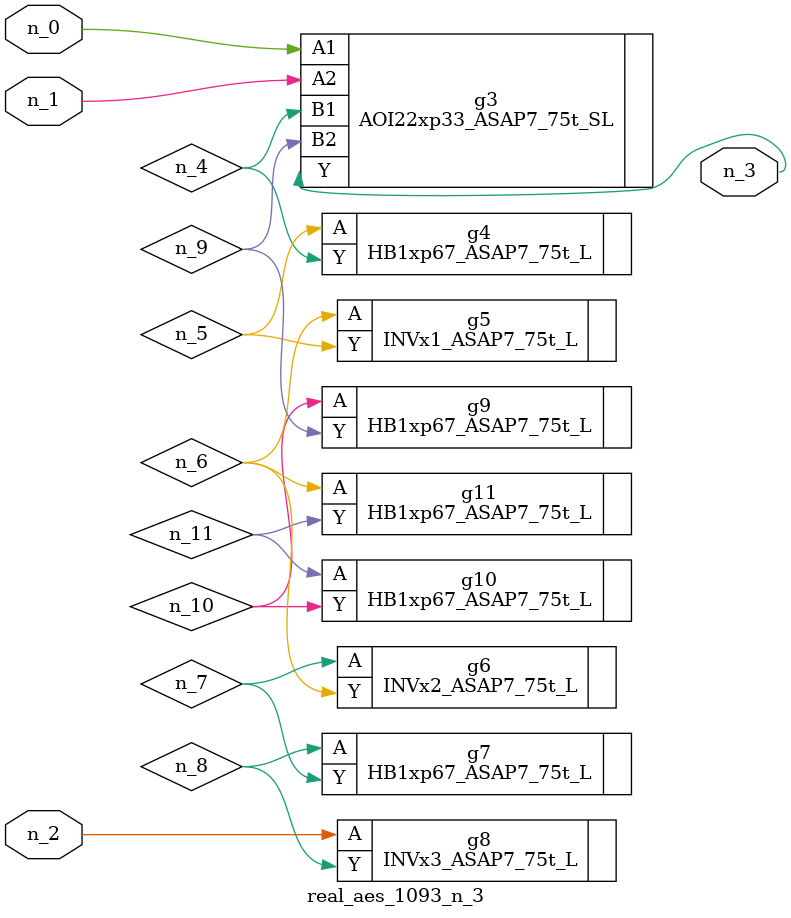
<source format=v>
module real_aes_1093_n_3 (n_0, n_2, n_1, n_3);
input n_0;
input n_2;
input n_1;
output n_3;
wire n_4;
wire n_5;
wire n_7;
wire n_9;
wire n_6;
wire n_8;
wire n_10;
wire n_11;
AOI22xp33_ASAP7_75t_SL g3 ( .A1(n_0), .A2(n_1), .B1(n_4), .B2(n_9), .Y(n_3) );
INVx3_ASAP7_75t_L g8 ( .A(n_2), .Y(n_8) );
HB1xp67_ASAP7_75t_L g4 ( .A(n_5), .Y(n_4) );
INVx1_ASAP7_75t_L g5 ( .A(n_6), .Y(n_5) );
HB1xp67_ASAP7_75t_L g11 ( .A(n_6), .Y(n_11) );
INVx2_ASAP7_75t_L g6 ( .A(n_7), .Y(n_6) );
HB1xp67_ASAP7_75t_L g7 ( .A(n_8), .Y(n_7) );
HB1xp67_ASAP7_75t_L g9 ( .A(n_10), .Y(n_9) );
HB1xp67_ASAP7_75t_L g10 ( .A(n_11), .Y(n_10) );
endmodule
</source>
